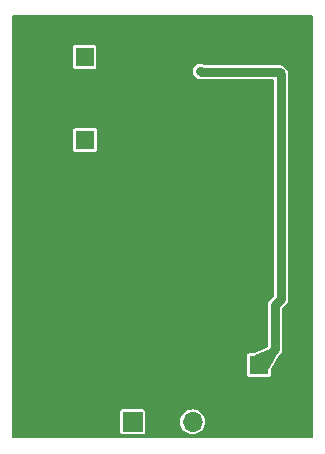
<source format=gbl>
G04 #@! TF.GenerationSoftware,KiCad,Pcbnew,8.0.6*
G04 #@! TF.CreationDate,2024-11-13T16:27:34-08:00*
G04 #@! TF.ProjectId,snes_switching_regulator,736e6573-5f73-4776-9974-6368696e675f,A*
G04 #@! TF.SameCoordinates,Original*
G04 #@! TF.FileFunction,Copper,L2,Bot*
G04 #@! TF.FilePolarity,Positive*
%FSLAX46Y46*%
G04 Gerber Fmt 4.6, Leading zero omitted, Abs format (unit mm)*
G04 Created by KiCad (PCBNEW 8.0.6) date 2024-11-13 16:27:34*
%MOMM*%
%LPD*%
G01*
G04 APERTURE LIST*
G04 #@! TA.AperFunction,ComponentPad*
%ADD10R,1.600000X1.600000*%
G04 #@! TD*
G04 #@! TA.AperFunction,ComponentPad*
%ADD11C,1.600000*%
G04 #@! TD*
G04 #@! TA.AperFunction,ComponentPad*
%ADD12O,1.700000X1.700000*%
G04 #@! TD*
G04 #@! TA.AperFunction,ComponentPad*
%ADD13R,1.700000X1.700000*%
G04 #@! TD*
G04 #@! TA.AperFunction,ViaPad*
%ADD14C,0.600000*%
G04 #@! TD*
G04 #@! TA.AperFunction,Conductor*
%ADD15C,0.800000*%
G04 #@! TD*
G04 APERTURE END LIST*
D10*
X129412380Y-104481000D03*
D11*
X126912380Y-104481000D03*
D10*
X129452380Y-111506000D03*
D11*
X126952380Y-111506000D03*
D10*
X144185000Y-130556000D03*
D11*
X146685000Y-130556000D03*
D12*
X138557000Y-135382000D03*
X136017000Y-135382000D03*
D13*
X133477000Y-135382000D03*
D14*
X127889000Y-133985000D03*
X143510000Y-125984000D03*
X125857000Y-133985000D03*
X131699000Y-113792000D03*
X148336000Y-108458000D03*
X145034000Y-113538000D03*
X124333000Y-126238000D03*
X148336000Y-116078000D03*
X148336000Y-109728000D03*
X148336000Y-118745000D03*
X145034000Y-107188000D03*
X137033000Y-105537000D03*
X146812000Y-127254000D03*
X148336000Y-107188000D03*
X146812000Y-133731000D03*
X148336000Y-120015000D03*
X127889000Y-130048000D03*
X129159000Y-131318000D03*
X146812000Y-136271000D03*
X123698000Y-106426000D03*
X145034000Y-117602000D03*
X127889000Y-127508000D03*
X145034000Y-122682000D03*
X148336000Y-133731000D03*
X125222000Y-108966000D03*
X145034000Y-120015000D03*
X129159000Y-132715000D03*
X143510000Y-117602000D03*
X123698000Y-107696000D03*
X148336000Y-128651000D03*
X148336000Y-135001000D03*
X125857000Y-127508000D03*
X123698000Y-105156000D03*
X123698000Y-114046000D03*
X127889000Y-128905000D03*
X135763000Y-113919000D03*
X148336000Y-121412000D03*
X145034000Y-121412000D03*
X143510000Y-110998000D03*
X145034000Y-108458000D03*
X124333000Y-131318000D03*
X129159000Y-124841000D03*
X125222000Y-103886000D03*
X129159000Y-127508000D03*
X123698000Y-108966000D03*
X147066000Y-109728000D03*
X148336000Y-136271000D03*
X125222000Y-110236000D03*
X147066000Y-112268000D03*
X147066000Y-122682000D03*
X129159000Y-123571000D03*
X125222000Y-107696000D03*
X129159000Y-128905000D03*
X147066000Y-107188000D03*
X148336000Y-127254000D03*
X127889000Y-122428000D03*
X133223000Y-113792000D03*
X143510000Y-107188000D03*
X125222000Y-105156000D03*
X124333000Y-130048000D03*
X147066000Y-121412000D03*
X125857000Y-122428000D03*
X125222000Y-112776000D03*
X146812000Y-128651000D03*
X129159000Y-122428000D03*
X124333000Y-133985000D03*
X123698000Y-112776000D03*
X124333000Y-123571000D03*
X147066000Y-120015000D03*
X147066000Y-118745000D03*
X143510000Y-121412000D03*
X137033000Y-108077000D03*
X145034000Y-118745000D03*
X146812000Y-135001000D03*
X143510000Y-108458000D03*
X127889000Y-124841000D03*
X125857000Y-131318000D03*
X143510000Y-120015000D03*
X127889000Y-131318000D03*
X124333000Y-132715000D03*
X145034000Y-114808000D03*
X148336000Y-122682000D03*
X125857000Y-124841000D03*
X125857000Y-130048000D03*
X145034000Y-116078000D03*
X137033000Y-109347000D03*
X134112000Y-104624500D03*
X127889000Y-123571000D03*
X137033000Y-106807000D03*
X148336000Y-125984000D03*
X145034000Y-109728000D03*
X141986000Y-108458000D03*
X147066000Y-117602000D03*
X141986000Y-109728000D03*
X143510000Y-124714000D03*
X147066000Y-116078000D03*
X125222000Y-111506000D03*
X135763000Y-104624500D03*
X135763000Y-113030000D03*
X147066000Y-113538000D03*
X148336000Y-117602000D03*
X124333000Y-122428000D03*
X133223000Y-112649000D03*
X127889000Y-126238000D03*
X131699000Y-112649000D03*
X127889000Y-132715000D03*
X145034000Y-112268000D03*
X129159000Y-130048000D03*
X124333000Y-124841000D03*
X125857000Y-126238000D03*
X148336000Y-110998000D03*
X123698000Y-103886000D03*
X148336000Y-113538000D03*
X125222000Y-106426000D03*
X143510000Y-122682000D03*
X147066000Y-108458000D03*
X129159000Y-126238000D03*
X146812000Y-125984000D03*
X125222000Y-114046000D03*
X124333000Y-128905000D03*
X148336000Y-112268000D03*
X143510000Y-118745000D03*
X125857000Y-132715000D03*
X125857000Y-128905000D03*
X147066000Y-114808000D03*
X123698000Y-111506000D03*
X143510000Y-109728000D03*
X145034000Y-110998000D03*
X148336000Y-114808000D03*
X123698000Y-110236000D03*
X143510000Y-127381000D03*
X147066000Y-110998000D03*
X141986000Y-107188000D03*
X124333000Y-127508000D03*
X129159000Y-133985000D03*
X125857000Y-123571000D03*
X139192000Y-105664000D03*
D15*
X144185000Y-130556000D02*
X145542000Y-129199000D01*
X145542000Y-129199000D02*
X145542000Y-125476000D01*
X145542000Y-125476000D02*
X146050000Y-124968000D01*
X146050000Y-124968000D02*
X146050000Y-105918000D01*
X146050000Y-105918000D02*
X145923000Y-105791000D01*
X145923000Y-105791000D02*
X139319000Y-105791000D01*
X139319000Y-105791000D02*
X139192000Y-105664000D01*
G04 #@! TA.AperFunction,Conductor*
G36*
X148710148Y-100971852D02*
G01*
X148724500Y-101006500D01*
X148724500Y-136737500D01*
X148710148Y-136772148D01*
X148675500Y-136786500D01*
X123358500Y-136786500D01*
X123323852Y-136772148D01*
X123309500Y-136737500D01*
X123309500Y-134512252D01*
X132426500Y-134512252D01*
X132426500Y-136251748D01*
X132438133Y-136310231D01*
X132455882Y-136336795D01*
X132482447Y-136376552D01*
X132509012Y-136394301D01*
X132548769Y-136420867D01*
X132607252Y-136432500D01*
X132607255Y-136432500D01*
X134346745Y-136432500D01*
X134346748Y-136432500D01*
X134405231Y-136420867D01*
X134471552Y-136376552D01*
X134515867Y-136310231D01*
X134527500Y-136251748D01*
X134527500Y-135382000D01*
X137501417Y-135382000D01*
X137521700Y-135587934D01*
X137581768Y-135785954D01*
X137679315Y-135968450D01*
X137810590Y-136128410D01*
X137970550Y-136259685D01*
X138153046Y-136357232D01*
X138351066Y-136417300D01*
X138557000Y-136437583D01*
X138762934Y-136417300D01*
X138960954Y-136357232D01*
X139143450Y-136259685D01*
X139303410Y-136128410D01*
X139434685Y-135968450D01*
X139532232Y-135785954D01*
X139592300Y-135587934D01*
X139612583Y-135382000D01*
X139592300Y-135176066D01*
X139532232Y-134978046D01*
X139434685Y-134795550D01*
X139303410Y-134635590D01*
X139143450Y-134504315D01*
X138960954Y-134406768D01*
X138762934Y-134346700D01*
X138557000Y-134326417D01*
X138351065Y-134346700D01*
X138351064Y-134346700D01*
X138153043Y-134406769D01*
X137970548Y-134504316D01*
X137810590Y-134635590D01*
X137679316Y-134795548D01*
X137581769Y-134978043D01*
X137521700Y-135176064D01*
X137521700Y-135176065D01*
X137521700Y-135176066D01*
X137501417Y-135382000D01*
X134527500Y-135382000D01*
X134527500Y-134512252D01*
X134515867Y-134453769D01*
X134484462Y-134406769D01*
X134471552Y-134387447D01*
X134410569Y-134346700D01*
X134405231Y-134343133D01*
X134346748Y-134331500D01*
X132607252Y-134331500D01*
X132548769Y-134343133D01*
X132482447Y-134387447D01*
X132438133Y-134453769D01*
X132426500Y-134512252D01*
X123309500Y-134512252D01*
X123309500Y-110686252D01*
X128451880Y-110686252D01*
X128451880Y-112325748D01*
X128463513Y-112384231D01*
X128481262Y-112410795D01*
X128507827Y-112450552D01*
X128534392Y-112468301D01*
X128574149Y-112494867D01*
X128632632Y-112506500D01*
X128632635Y-112506500D01*
X130272125Y-112506500D01*
X130272128Y-112506500D01*
X130330611Y-112494867D01*
X130396932Y-112450552D01*
X130441247Y-112384231D01*
X130452880Y-112325748D01*
X130452880Y-110686252D01*
X130441247Y-110627769D01*
X130414681Y-110588012D01*
X130396932Y-110561447D01*
X130357175Y-110534882D01*
X130330611Y-110517133D01*
X130272128Y-110505500D01*
X128632632Y-110505500D01*
X128574149Y-110517133D01*
X128507827Y-110561447D01*
X128463513Y-110627769D01*
X128451880Y-110686252D01*
X123309500Y-110686252D01*
X123309500Y-105584940D01*
X138591499Y-105584940D01*
X138591499Y-105743059D01*
X138632421Y-105895781D01*
X138632423Y-105895787D01*
X138711481Y-106032716D01*
X138836764Y-106157999D01*
X138836769Y-106158005D01*
X138838480Y-106159716D01*
X138950284Y-106271520D01*
X138950287Y-106271521D01*
X138950290Y-106271524D01*
X139037090Y-106321637D01*
X139037093Y-106321638D01*
X139037095Y-106321639D01*
X139087215Y-106350577D01*
X139207667Y-106382851D01*
X139239939Y-106391499D01*
X139239940Y-106391500D01*
X139239943Y-106391500D01*
X139398057Y-106391500D01*
X145400500Y-106391500D01*
X145435148Y-106405852D01*
X145449500Y-106440500D01*
X145449500Y-124698968D01*
X145435148Y-124733616D01*
X145061481Y-125107283D01*
X145061480Y-125107283D01*
X145011360Y-125194095D01*
X144982423Y-125244212D01*
X144982421Y-125244218D01*
X144941499Y-125396940D01*
X144941499Y-125559000D01*
X144941500Y-125559013D01*
X144941500Y-128929967D01*
X144927148Y-128964615D01*
X144768370Y-129123392D01*
X144753510Y-129133571D01*
X143807122Y-129551327D01*
X143787334Y-129555500D01*
X143365252Y-129555500D01*
X143306769Y-129567133D01*
X143240447Y-129611447D01*
X143196133Y-129677769D01*
X143184500Y-129736252D01*
X143184500Y-131375748D01*
X143196133Y-131434231D01*
X143213882Y-131460795D01*
X143240447Y-131500552D01*
X143267012Y-131518301D01*
X143306769Y-131544867D01*
X143365252Y-131556500D01*
X143365255Y-131556500D01*
X145004745Y-131556500D01*
X145004748Y-131556500D01*
X145063231Y-131544867D01*
X145129552Y-131500552D01*
X145173867Y-131434231D01*
X145185500Y-131375748D01*
X145185500Y-130961699D01*
X145191805Y-130937655D01*
X145883631Y-129709158D01*
X145891671Y-129698563D01*
X146022520Y-129567716D01*
X146101577Y-129430785D01*
X146122039Y-129354421D01*
X146142501Y-129278059D01*
X146142501Y-129116946D01*
X146142500Y-129116928D01*
X146142500Y-125745030D01*
X146156851Y-125710383D01*
X146414681Y-125452552D01*
X146414686Y-125452549D01*
X146418714Y-125448520D01*
X146418716Y-125448520D01*
X146530520Y-125336716D01*
X146609577Y-125199784D01*
X146650499Y-125047060D01*
X146650500Y-125047060D01*
X146650500Y-105838941D01*
X146637199Y-105789305D01*
X146637199Y-105789304D01*
X146609577Y-105686216D01*
X146609577Y-105686215D01*
X146580639Y-105636095D01*
X146530520Y-105549284D01*
X146418716Y-105437480D01*
X146417010Y-105435774D01*
X146416999Y-105435764D01*
X146406315Y-105425080D01*
X146406313Y-105425077D01*
X146291718Y-105310482D01*
X146291716Y-105310480D01*
X146291713Y-105310478D01*
X146291709Y-105310475D01*
X146201697Y-105258508D01*
X146154787Y-105231423D01*
X146154781Y-105231421D01*
X146002060Y-105190499D01*
X146002057Y-105190499D01*
X145843943Y-105190499D01*
X145840946Y-105190499D01*
X145840930Y-105190500D01*
X139586002Y-105190500D01*
X139561502Y-105183935D01*
X139423787Y-105104423D01*
X139423781Y-105104421D01*
X139271060Y-105063499D01*
X139271057Y-105063499D01*
X139112943Y-105063499D01*
X139112940Y-105063499D01*
X138960218Y-105104421D01*
X138960212Y-105104423D01*
X138823283Y-105183481D01*
X138823283Y-105183482D01*
X138711482Y-105295283D01*
X138711481Y-105295283D01*
X138632423Y-105432212D01*
X138632421Y-105432218D01*
X138591499Y-105584940D01*
X123309500Y-105584940D01*
X123309500Y-103661252D01*
X128411880Y-103661252D01*
X128411880Y-105300748D01*
X128423513Y-105359231D01*
X128441262Y-105385795D01*
X128467827Y-105425552D01*
X128477804Y-105432218D01*
X128534149Y-105469867D01*
X128592632Y-105481500D01*
X128592635Y-105481500D01*
X130232125Y-105481500D01*
X130232128Y-105481500D01*
X130290611Y-105469867D01*
X130356932Y-105425552D01*
X130401247Y-105359231D01*
X130412880Y-105300748D01*
X130412880Y-103661252D01*
X130401247Y-103602769D01*
X130374681Y-103563012D01*
X130356932Y-103536447D01*
X130317175Y-103509882D01*
X130290611Y-103492133D01*
X130232128Y-103480500D01*
X128592632Y-103480500D01*
X128534149Y-103492133D01*
X128467827Y-103536447D01*
X128423513Y-103602769D01*
X128411880Y-103661252D01*
X123309500Y-103661252D01*
X123309500Y-101006500D01*
X123323852Y-100971852D01*
X123358500Y-100957500D01*
X148675500Y-100957500D01*
X148710148Y-100971852D01*
G37*
G04 #@! TD.AperFunction*
G04 #@! TA.AperFunction,Conductor*
G36*
X145930256Y-129190143D02*
G01*
X145933683Y-129198416D01*
X145932178Y-129204157D01*
X144990076Y-130877074D01*
X144983030Y-130882601D01*
X144975430Y-130882153D01*
X144189491Y-130558847D01*
X144183144Y-130552531D01*
X144183137Y-130552515D01*
X143856723Y-129766567D01*
X143856715Y-129757615D01*
X143862802Y-129751379D01*
X145115495Y-129198416D01*
X145139744Y-129187712D01*
X145144469Y-129186716D01*
X145921983Y-129186716D01*
X145930256Y-129190143D01*
G37*
G04 #@! TD.AperFunction*
M02*

</source>
